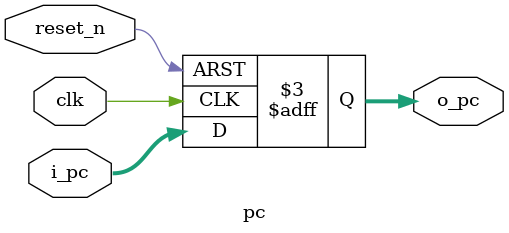
<source format=v>

module pc	(input               clk, reset_n,
		 input       [31:0]  i_pc,
		 output  reg [31:0]  o_pc);

	always @(posedge clk, negedge reset_n) 
		if (!reset_n)
			o_pc <= 32'b0;
		else
			o_pc <= i_pc;
   
endmodule

</source>
